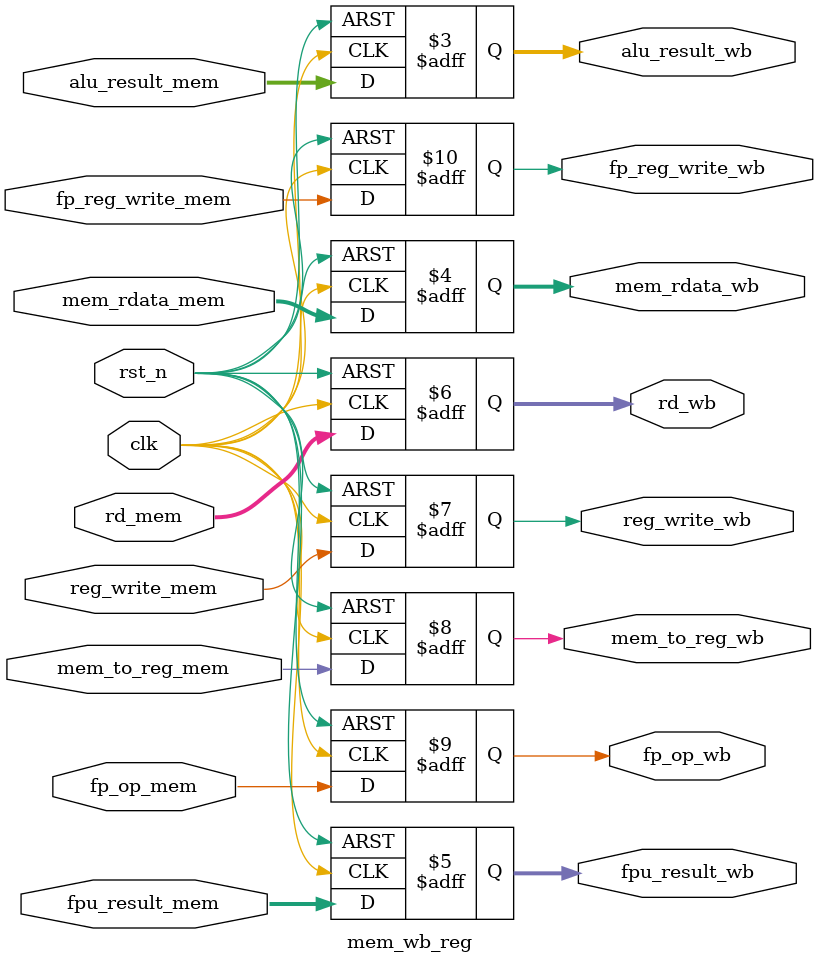
<source format=v>

module mem_wb_reg (
    input  wire        clk,
    input  wire        rst_n,

    // Data inputs from Memory Stage
    input  wire [31:0] alu_result_mem,
    input  wire [31:0] mem_rdata_mem,
    input  wire [31:0] fpu_result_mem,
    input  wire [4:0]  rd_mem,

    // Control inputs from Memory Stage
    input  wire        reg_write_mem,
    input  wire        mem_to_reg_mem,
    input  wire        fp_op_mem,
    input  wire        fp_reg_write_mem,

    // Data outputs to Writeback Stage
    output reg  [31:0] alu_result_wb,
    output reg  [31:0] mem_rdata_wb,
    output reg  [31:0] fpu_result_wb,
    output reg  [4:0]  rd_wb,

    // Control outputs to Writeback Stage
    output reg         reg_write_wb,
    output reg         mem_to_reg_wb,
    output reg         fp_op_wb,
    output reg         fp_reg_write_wb
);

    always @(posedge clk or negedge rst_n) begin
        if (!rst_n) begin
            alu_result_wb <= 32'd0;
            mem_rdata_wb  <= 32'd0;
            fpu_result_wb <= 32'd0;
            rd_wb         <= 5'd0;
            reg_write_wb  <= 1'b0;
            mem_to_reg_wb <= 1'b0;
            fp_op_wb      <= 1'b0;
            fp_reg_write_wb <= 1'b0;
        end
        else begin
            alu_result_wb <= alu_result_mem;
            mem_rdata_wb  <= mem_rdata_mem;
            fpu_result_wb <= fpu_result_mem;
            rd_wb         <= rd_mem;
            reg_write_wb  <= reg_write_mem;
            mem_to_reg_wb <= mem_to_reg_mem;
            fp_op_wb      <= fp_op_mem;
            fp_reg_write_wb <= fp_reg_write_mem;
        end
    end

endmodule

</source>
